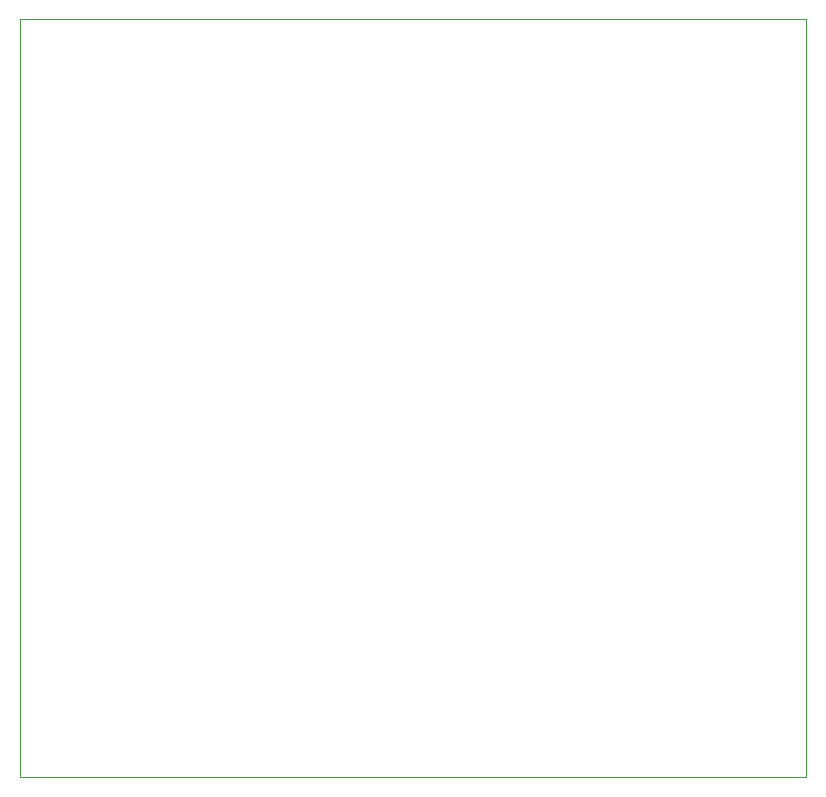
<source format=gbr>
%TF.GenerationSoftware,KiCad,Pcbnew,7.0.7*%
%TF.CreationDate,2024-09-12T14:34:45-05:00*%
%TF.ProjectId,ESC,4553432e-6b69-4636-9164-5f7063625858,rev?*%
%TF.SameCoordinates,Original*%
%TF.FileFunction,Profile,NP*%
%FSLAX46Y46*%
G04 Gerber Fmt 4.6, Leading zero omitted, Abs format (unit mm)*
G04 Created by KiCad (PCBNEW 7.0.7) date 2024-09-12 14:34:45*
%MOMM*%
%LPD*%
G01*
G04 APERTURE LIST*
%TA.AperFunction,Profile*%
%ADD10C,0.100000*%
%TD*%
G04 APERTURE END LIST*
D10*
X174244000Y-67868800D02*
X240792000Y-67868800D01*
X240792000Y-132080000D01*
X174244000Y-132080000D01*
X174244000Y-67868800D01*
M02*

</source>
